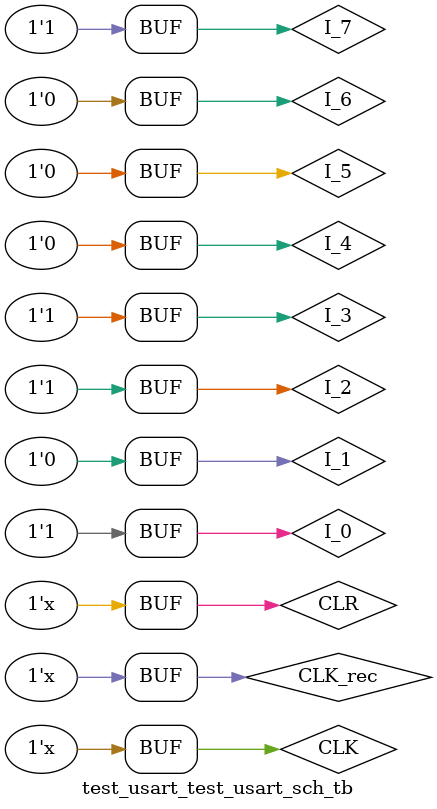
<source format=v>

`timescale 1ns / 1ps

module test_usart_test_usart_sch_tb();

// Inputs
   reg I_0;
   reg I_1;
   reg I_2;
   reg I_3;
   reg I_4;
   reg I_5;
   reg I_6;
   reg I_7;
   reg CLK;
	reg CLK_rec;
	reg CLR;

// Output
   wire O_0;
   wire O_1;
   wire O_2;
   wire O_3;
   wire O_4;
   wire O_5;
   wire O_6;
   wire O_7;
   wire parity_err;
	wire transfer;

// Bidirs

// Instantiate the UUT
   test_usart UUT (
		.O_0(O_0), 
		.O_1(O_1), 
		.O_2(O_2), 
		.O_3(O_3), 
		.O_4(O_4), 
		.O_5(O_5), 
		.O_6(O_6), 
		.O_7(O_7), 
		.parity_err(parity_err), 
		.I_0(I_0), 
		.I_1(I_1), 
		.I_2(I_2), 
		.I_3(I_3), 
		.I_4(I_4), 
		.I_5(I_5), 
		.I_6(I_6), 
		.I_7(I_7), 
		.CLK(CLK),
		.CLR(CLR),
		.transfer(transfer),
		.CLK_rec(CLK_rec)
   );
// Initialize Inputs
       initial begin
		I_0 = 1;
		I_1 = 0;
		I_2 = 1;
		I_3 = 1;
		I_4 = 0;
		I_5 = 0;
		I_6 = 0;
		I_7 = 1;
		CLK = 0;
		CLR =0;
		CLK_rec=0;
       end
		 
		 always begin
		 CLK =~CLK;
		 #10;
		 end
		 
		 always begin
		 #1;
		 CLK_rec =~CLK_rec;
		 #9;
		 end
		 
		 always begin
		 CLR =~CLR;
		 #605;
		 end
endmodule

</source>
